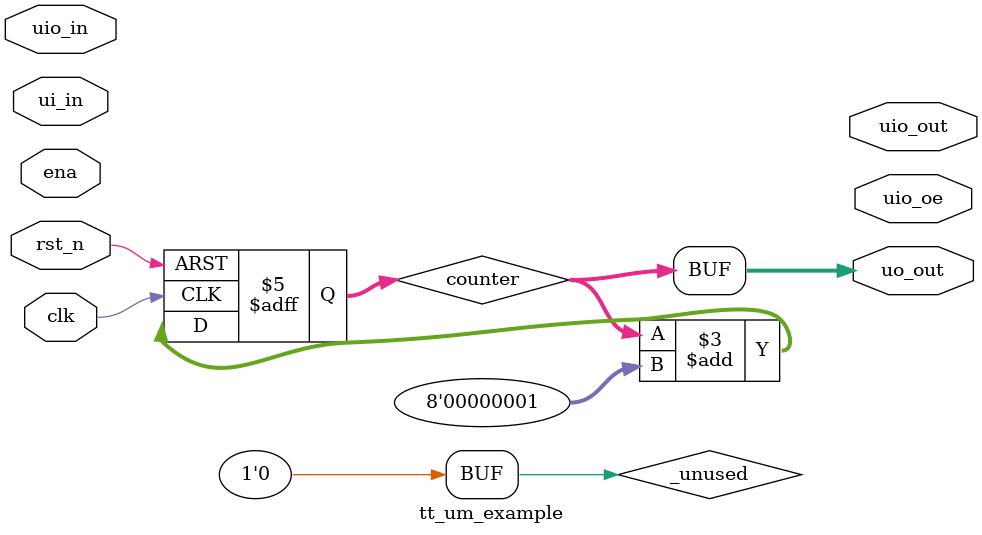
<source format=v>
`default_nettype none

module tt_um_example (
    input  wire [7:0] ui_in,    // Dedicated inputs
    output wire [7:0] uo_out,   // Dedicated outputs
    input  wire [7:0] uio_in,   // IOs: Input path
    output wire [7:0] uio_out,  // IOs: Output path
    output wire [7:0] uio_oe,   // IOs: Enable path (active high: 0=input, 1=output)
    input  wire       ena,      // always 1 when the design is powered, so you can ignore it
    input  wire       clk,      // clock
    input  wire       rst_n     // reset_n - low to reset
);

   reg [7:0]	      counter;

   always @(posedge clk or negedge rst_n)
     if (rst_n == 1'b0)
       counter <= 8'b0;
     else
       counter <= counter + 8'b1;

   assign uo_out = counter;
   
  wire _unused = &{ena, ui_in, uio_in, uio_out, uio_oe, 1'b0};

endmodule

</source>
